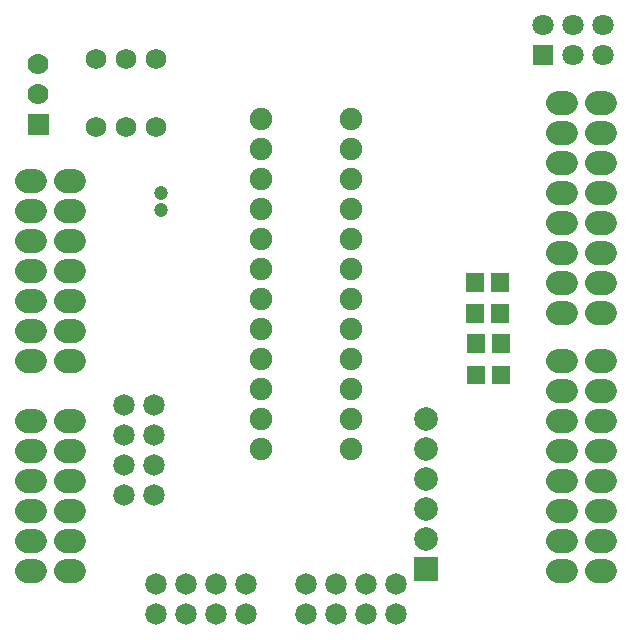
<source format=gts>
G04 Layer: TopSolderMaskLayer*
G04 EasyEDA v6.3.22, 2020-02-01T09:52:18+01:00*
G04 6a38883e4b2748c8978b3c8c793b862a,5bf1b712bda346c5934589caff60f8c7,10*
G04 Gerber Generator version 0.2*
G04 Scale: 100 percent, Rotated: No, Reflected: No *
G04 Dimensions in millimeters *
G04 leading zeros omitted , absolute positions ,3 integer and 3 decimal *
%FSLAX33Y33*%
%MOMM*%
G90*
G71D02*

%ADD29C,2.003196*%
%ADD30C,1.903197*%
%ADD32C,1.203198*%
%ADD33C,1.803197*%
%ADD34R,1.803197X1.803197*%
%ADD35C,1.827200*%
%ADD37C,1.778000*%
%ADD39C,1.727200*%

%LPD*%
G54D29*
G01X51010Y15200D02*
G01X50310Y15200D01*
G01X2750Y17740D02*
G01X2050Y17740D01*
G01X51010Y12660D02*
G01X50310Y12660D01*
G01X51010Y10120D02*
G01X50310Y10120D01*
G01X51010Y7580D02*
G01X50310Y7580D01*
G01X51010Y5040D02*
G01X50310Y5040D01*
G01X51010Y17740D02*
G01X50310Y17740D01*
G01X51010Y20280D02*
G01X50310Y20280D01*
G01X51010Y22820D02*
G01X50310Y22820D01*
G01X51010Y26884D02*
G01X50310Y26884D01*
G01X51010Y29424D02*
G01X50310Y29424D01*
G01X51010Y31964D02*
G01X50310Y31964D01*
G01X51010Y34504D02*
G01X50310Y34504D01*
G01X51010Y37044D02*
G01X50310Y37044D01*
G01X51010Y39584D02*
G01X50310Y39584D01*
G01X51010Y42124D02*
G01X50310Y42124D01*
G01X51010Y44664D02*
G01X50310Y44664D01*
G01X2750Y15200D02*
G01X2050Y15200D01*
G01X2750Y12660D02*
G01X2050Y12660D01*
G01X2750Y10120D02*
G01X2050Y10120D01*
G01X2750Y7580D02*
G01X2050Y7580D01*
G01X2750Y5040D02*
G01X2050Y5040D01*
G01X2750Y22820D02*
G01X2050Y22820D01*
G01X2750Y25360D02*
G01X2050Y25360D01*
G01X2750Y27900D02*
G01X2050Y27900D01*
G01X2750Y30440D02*
G01X2050Y30440D01*
G01X2750Y32980D02*
G01X2050Y32980D01*
G01X2750Y35520D02*
G01X2050Y35520D01*
G01X47708Y15200D02*
G01X47008Y15200D01*
G01X47708Y12660D02*
G01X47008Y12660D01*
G01X47708Y10120D02*
G01X47008Y10120D01*
G01X47708Y7580D02*
G01X47008Y7580D01*
G01X47708Y5040D02*
G01X47008Y5040D01*
G01X47708Y17740D02*
G01X47008Y17740D01*
G01X47708Y20280D02*
G01X47008Y20280D01*
G01X47708Y22820D02*
G01X47008Y22820D01*
G01X47708Y26884D02*
G01X47008Y26884D01*
G01X47708Y29424D02*
G01X47008Y29424D01*
G01X47708Y31964D02*
G01X47008Y31964D01*
G01X47708Y34504D02*
G01X47008Y34504D01*
G01X47708Y37044D02*
G01X47008Y37044D01*
G01X47708Y39584D02*
G01X47008Y39584D01*
G01X47708Y42124D02*
G01X47008Y42124D01*
G01X47708Y44664D02*
G01X47008Y44664D01*
G01X6046Y17707D02*
G01X5346Y17707D01*
G01X6046Y15167D02*
G01X5346Y15167D01*
G01X6046Y12627D02*
G01X5346Y12627D01*
G01X6046Y10087D02*
G01X5346Y10087D01*
G01X6046Y7547D02*
G01X5346Y7547D01*
G01X6046Y5007D02*
G01X5346Y5007D01*
G01X6046Y22787D02*
G01X5346Y22787D01*
G01X6046Y25327D02*
G01X5346Y25327D01*
G01X6046Y27867D02*
G01X5346Y27867D01*
G01X6046Y30407D02*
G01X5346Y30407D01*
G01X6046Y32947D02*
G01X5346Y32947D01*
G01X6046Y35487D02*
G01X5346Y35487D01*
G01X2750Y38060D02*
G01X2050Y38060D01*
G01X6046Y38027D02*
G01X5346Y38027D01*
G54D30*
G01X21859Y43280D03*
G01X29479Y43280D03*
G01X21859Y40740D03*
G01X21859Y38200D03*
G01X21859Y33120D03*
G01X21859Y35660D03*
G01X21859Y30580D03*
G01X21859Y15340D03*
G01X21859Y20420D03*
G01X21859Y17880D03*
G01X21859Y22960D03*
G01X21859Y25500D03*
G01X21859Y28040D03*
G01X29479Y28040D03*
G01X29479Y25500D03*
G01X29479Y22960D03*
G01X29479Y17880D03*
G01X29479Y20420D03*
G01X29479Y15340D03*
G01X29479Y30580D03*
G01X29479Y35660D03*
G01X29479Y33120D03*
G01X29479Y38200D03*
G01X29479Y40740D03*
G36*
G01X41428Y23427D02*
G01X41428Y25030D01*
G01X42931Y25030D01*
G01X42931Y23427D01*
G01X41428Y23427D01*
G37*
G36*
G01X39327Y23427D02*
G01X39327Y25030D01*
G01X40831Y25030D01*
G01X40831Y23427D01*
G01X39327Y23427D01*
G37*
G36*
G01X41349Y28598D02*
G01X41349Y30201D01*
G01X42853Y30201D01*
G01X42853Y28598D01*
G01X41349Y28598D01*
G37*
G36*
G01X39248Y28598D02*
G01X39248Y30201D01*
G01X40752Y30201D01*
G01X40752Y28598D01*
G01X39248Y28598D01*
G37*
G36*
G01X41349Y25997D02*
G01X41349Y27600D01*
G01X42853Y27600D01*
G01X42853Y25997D01*
G01X41349Y25997D01*
G37*
G36*
G01X39248Y25997D02*
G01X39248Y27600D01*
G01X40752Y27600D01*
G01X40752Y25997D01*
G01X39248Y25997D01*
G37*
G36*
G01X41448Y20798D02*
G01X41448Y22401D01*
G01X42952Y22401D01*
G01X42952Y20798D01*
G01X41448Y20798D01*
G37*
G36*
G01X39347Y20798D02*
G01X39347Y22401D01*
G01X40851Y22401D01*
G01X40851Y20798D01*
G01X39347Y20798D01*
G37*
G54D32*
G01X13399Y35549D03*
G01X13399Y37050D03*
G54D33*
G01X50800Y51199D03*
G01X50800Y48659D03*
G01X48260Y51199D03*
G01X48260Y48659D03*
G01X45720Y51199D03*
G54D34*
G01X45720Y48659D03*
G54D35*
G01X12839Y11459D03*
G01X10299Y11459D03*
G01X12839Y13999D03*
G01X10299Y13999D03*
G01X12839Y16539D03*
G01X10299Y16539D03*
G01X12839Y19079D03*
G01X10299Y19079D03*
G54D29*
G01X35829Y17880D03*
G01X35829Y15340D03*
G01X35829Y12800D03*
G01X35829Y10260D03*
G01X35829Y7720D03*
G36*
G01X34829Y4179D02*
G01X34829Y6180D01*
G01X36830Y6180D01*
G01X36830Y4179D01*
G01X34829Y4179D01*
G37*
G54D37*
G01X2999Y47900D03*
G01X2999Y45360D03*
G36*
G01X2111Y41931D02*
G01X2111Y43709D01*
G01X3889Y43709D01*
G01X3889Y41931D01*
G01X2111Y41931D01*
G37*
G54D39*
G01X7870Y48359D03*
G01X10419Y48359D03*
G01X12969Y48359D03*
G01X12969Y42559D03*
G01X10419Y42559D03*
G01X7869Y42559D03*
G54D35*
G01X12970Y1369D03*
G01X12970Y3909D03*
G01X15510Y1369D03*
G01X15510Y3909D03*
G01X18050Y1369D03*
G01X18050Y3909D03*
G01X20590Y1369D03*
G01X20590Y3909D03*
G01X25670Y1369D03*
G01X25670Y3909D03*
G01X28210Y1369D03*
G01X28210Y3909D03*
G01X30750Y1369D03*
G01X30750Y3909D03*
G01X33290Y1369D03*
G01X33290Y3909D03*
M00*
M02*

</source>
